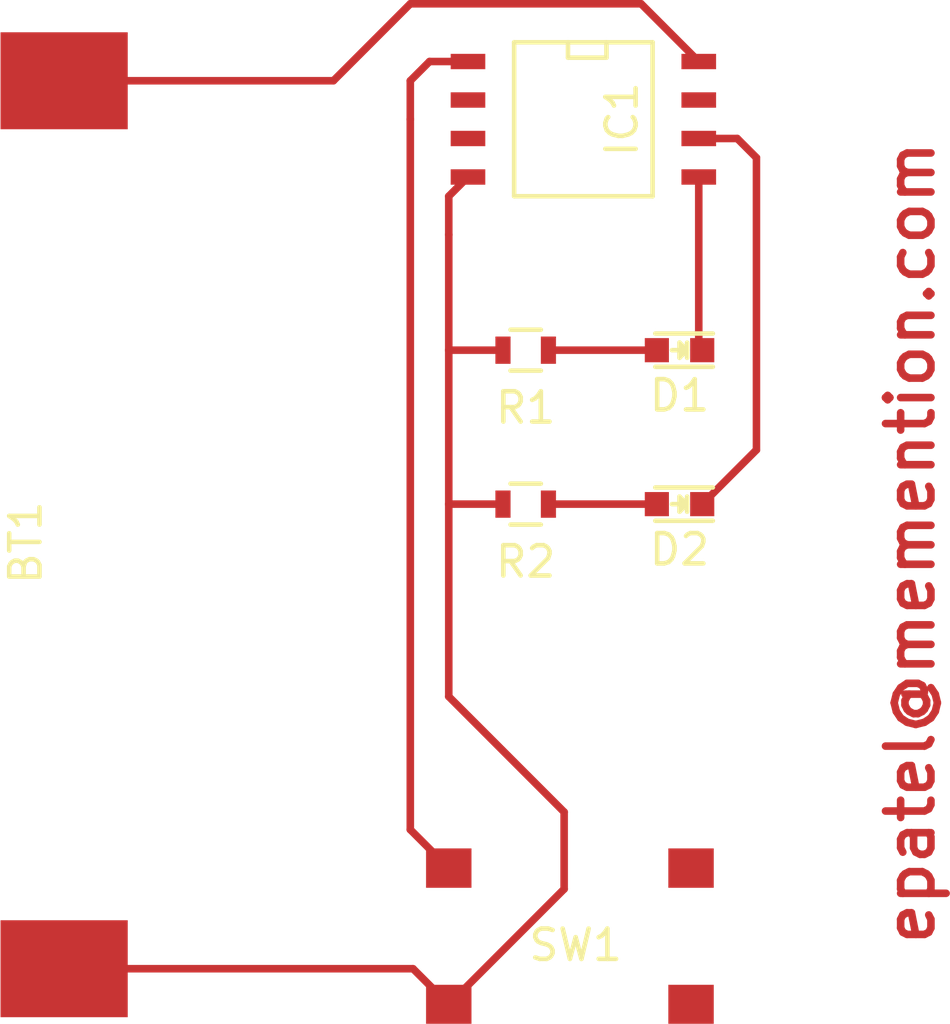
<source format=kicad_pcb>
(kicad_pcb (version 4) (host pcbnew 4.0.5)

  (general
    (links 10)
    (no_connects 0)
    (area 0 0 0 0)
    (thickness 1.6)
    (drawings 1)
    (tracks 29)
    (zones 0)
    (modules 7)
    (nets 13)
  )

  (page A4)
  (layers
    (0 F.Cu signal)
    (31 B.Cu signal)
    (32 B.Adhes user)
    (33 F.Adhes user)
    (34 B.Paste user)
    (35 F.Paste user)
    (36 B.SilkS user)
    (37 F.SilkS user)
    (38 B.Mask user)
    (39 F.Mask user)
    (40 Dwgs.User user)
    (41 Cmts.User user)
    (42 Eco1.User user)
    (43 Eco2.User user)
    (44 Edge.Cuts user)
    (45 Margin user)
    (46 B.CrtYd user)
    (47 F.CrtYd user)
    (48 B.Fab user)
    (49 F.Fab user)
  )

  (setup
    (last_trace_width 0.25)
    (trace_clearance 0.2)
    (zone_clearance 0.508)
    (zone_45_only no)
    (trace_min 0.2)
    (segment_width 0.2)
    (edge_width 0.15)
    (via_size 0.6)
    (via_drill 0.4)
    (via_min_size 0.4)
    (via_min_drill 0.3)
    (uvia_size 0.3)
    (uvia_drill 0.1)
    (uvias_allowed no)
    (uvia_min_size 0.2)
    (uvia_min_drill 0.1)
    (pcb_text_width 0.3)
    (pcb_text_size 1.5 1.5)
    (mod_edge_width 0.15)
    (mod_text_size 1 1)
    (mod_text_width 0.15)
    (pad_size 1.524 1.524)
    (pad_drill 0.762)
    (pad_to_mask_clearance 0.2)
    (aux_axis_origin 0 0)
    (visible_elements FFFFFF7F)
    (pcbplotparams
      (layerselection 0x00008_00000001)
      (usegerberextensions true)
      (excludeedgelayer true)
      (linewidth 0.100000)
      (plotframeref false)
      (viasonmask false)
      (mode 1)
      (useauxorigin false)
      (hpglpennumber 1)
      (hpglpenspeed 20)
      (hpglpendiameter 15)
      (hpglpenoverlay 2)
      (psnegative false)
      (psa4output false)
      (plotreference true)
      (plotvalue true)
      (plotinvisibletext false)
      (padsonsilk false)
      (subtractmaskfromsilk false)
      (outputformat 1)
      (mirror false)
      (drillshape 0)
      (scaleselection 1)
      (outputdirectory ""))
  )

  (net 0 "")
  (net 1 "Net-(BT1-Pad1)")
  (net 2 "Net-(BT1-Pad2)")
  (net 3 "Net-(D1-Pad2)")
  (net 4 "Net-(D1-Pad1)")
  (net 5 "Net-(D2-Pad2)")
  (net 6 "Net-(D2-Pad1)")
  (net 7 "Net-(IC1-Pad7)")
  (net 8 "Net-(IC1-Pad3)")
  (net 9 "Net-(IC1-Pad2)")
  (net 10 "Net-(IC1-Pad1)")
  (net 11 "Net-(SW1-Pad4)")
  (net 12 "Net-(SW1-Pad2)")

  (net_class Default "This is the default net class."
    (clearance 0.2)
    (trace_width 0.25)
    (via_dia 0.6)
    (via_drill 0.4)
    (uvia_dia 0.3)
    (uvia_drill 0.1)
    (add_net "Net-(BT1-Pad1)")
    (add_net "Net-(BT1-Pad2)")
    (add_net "Net-(D1-Pad1)")
    (add_net "Net-(D1-Pad2)")
    (add_net "Net-(D2-Pad1)")
    (add_net "Net-(D2-Pad2)")
    (add_net "Net-(IC1-Pad1)")
    (add_net "Net-(IC1-Pad2)")
    (add_net "Net-(IC1-Pad3)")
    (add_net "Net-(IC1-Pad7)")
    (add_net "Net-(SW1-Pad2)")
    (add_net "Net-(SW1-Pad4)")
  )

  (module LEDs:LED_0603 (layer F.Cu) (tedit 55BDE255) (tstamp 5863D30C)
    (at 154.94 96.52 180)
    (descr "LED 0603 smd package")
    (tags "LED led 0603 SMD smd SMT smt smdled SMDLED smtled SMTLED")
    (path /5863A838)
    (attr smd)
    (fp_text reference D1 (at 0 -1.5 180) (layer F.SilkS)
      (effects (font (size 1 1) (thickness 0.15)))
    )
    (fp_text value LED (at 0 1.5 180) (layer F.Fab)
      (effects (font (size 1 1) (thickness 0.15)))
    )
    (fp_line (start -0.3 -0.2) (end -0.3 0.2) (layer F.Fab) (width 0.15))
    (fp_line (start -0.2 0) (end 0.1 -0.2) (layer F.Fab) (width 0.15))
    (fp_line (start 0.1 0.2) (end -0.2 0) (layer F.Fab) (width 0.15))
    (fp_line (start 0.1 -0.2) (end 0.1 0.2) (layer F.Fab) (width 0.15))
    (fp_line (start 0.8 0.4) (end -0.8 0.4) (layer F.Fab) (width 0.15))
    (fp_line (start 0.8 -0.4) (end 0.8 0.4) (layer F.Fab) (width 0.15))
    (fp_line (start -0.8 -0.4) (end 0.8 -0.4) (layer F.Fab) (width 0.15))
    (fp_line (start -0.8 0.4) (end -0.8 -0.4) (layer F.Fab) (width 0.15))
    (fp_line (start -1.1 0.55) (end 0.8 0.55) (layer F.SilkS) (width 0.15))
    (fp_line (start -1.1 -0.55) (end 0.8 -0.55) (layer F.SilkS) (width 0.15))
    (fp_line (start -0.2 0) (end 0.25 0) (layer F.SilkS) (width 0.15))
    (fp_line (start -0.25 -0.25) (end -0.25 0.25) (layer F.SilkS) (width 0.15))
    (fp_line (start -0.25 0) (end 0 -0.25) (layer F.SilkS) (width 0.15))
    (fp_line (start 0 -0.25) (end 0 0.25) (layer F.SilkS) (width 0.15))
    (fp_line (start 0 0.25) (end -0.25 0) (layer F.SilkS) (width 0.15))
    (fp_line (start 1.4 -0.75) (end 1.4 0.75) (layer F.CrtYd) (width 0.05))
    (fp_line (start 1.4 0.75) (end -1.4 0.75) (layer F.CrtYd) (width 0.05))
    (fp_line (start -1.4 0.75) (end -1.4 -0.75) (layer F.CrtYd) (width 0.05))
    (fp_line (start -1.4 -0.75) (end 1.4 -0.75) (layer F.CrtYd) (width 0.05))
    (pad 2 smd rect (at 0.7493 0) (size 0.79756 0.79756) (layers F.Cu F.Paste F.Mask)
      (net 3 "Net-(D1-Pad2)"))
    (pad 1 smd rect (at -0.7493 0) (size 0.79756 0.79756) (layers F.Cu F.Paste F.Mask)
      (net 4 "Net-(D1-Pad1)"))
    (model LEDs.3dshapes/LED_0603.wrl
      (at (xyz 0 0 0))
      (scale (xyz 1 1 1))
      (rotate (xyz 0 0 180))
    )
  )

  (module LEDs:LED_0603 (layer F.Cu) (tedit 55BDE255) (tstamp 5863D312)
    (at 154.94 101.6 180)
    (descr "LED 0603 smd package")
    (tags "LED led 0603 SMD smd SMT smt smdled SMDLED smtled SMTLED")
    (path /5863A89B)
    (attr smd)
    (fp_text reference D2 (at 0 -1.5 180) (layer F.SilkS)
      (effects (font (size 1 1) (thickness 0.15)))
    )
    (fp_text value LED (at 0 1.5 180) (layer F.Fab)
      (effects (font (size 1 1) (thickness 0.15)))
    )
    (fp_line (start -0.3 -0.2) (end -0.3 0.2) (layer F.Fab) (width 0.15))
    (fp_line (start -0.2 0) (end 0.1 -0.2) (layer F.Fab) (width 0.15))
    (fp_line (start 0.1 0.2) (end -0.2 0) (layer F.Fab) (width 0.15))
    (fp_line (start 0.1 -0.2) (end 0.1 0.2) (layer F.Fab) (width 0.15))
    (fp_line (start 0.8 0.4) (end -0.8 0.4) (layer F.Fab) (width 0.15))
    (fp_line (start 0.8 -0.4) (end 0.8 0.4) (layer F.Fab) (width 0.15))
    (fp_line (start -0.8 -0.4) (end 0.8 -0.4) (layer F.Fab) (width 0.15))
    (fp_line (start -0.8 0.4) (end -0.8 -0.4) (layer F.Fab) (width 0.15))
    (fp_line (start -1.1 0.55) (end 0.8 0.55) (layer F.SilkS) (width 0.15))
    (fp_line (start -1.1 -0.55) (end 0.8 -0.55) (layer F.SilkS) (width 0.15))
    (fp_line (start -0.2 0) (end 0.25 0) (layer F.SilkS) (width 0.15))
    (fp_line (start -0.25 -0.25) (end -0.25 0.25) (layer F.SilkS) (width 0.15))
    (fp_line (start -0.25 0) (end 0 -0.25) (layer F.SilkS) (width 0.15))
    (fp_line (start 0 -0.25) (end 0 0.25) (layer F.SilkS) (width 0.15))
    (fp_line (start 0 0.25) (end -0.25 0) (layer F.SilkS) (width 0.15))
    (fp_line (start 1.4 -0.75) (end 1.4 0.75) (layer F.CrtYd) (width 0.05))
    (fp_line (start 1.4 0.75) (end -1.4 0.75) (layer F.CrtYd) (width 0.05))
    (fp_line (start -1.4 0.75) (end -1.4 -0.75) (layer F.CrtYd) (width 0.05))
    (fp_line (start -1.4 -0.75) (end 1.4 -0.75) (layer F.CrtYd) (width 0.05))
    (pad 2 smd rect (at 0.7493 0) (size 0.79756 0.79756) (layers F.Cu F.Paste F.Mask)
      (net 5 "Net-(D2-Pad2)"))
    (pad 1 smd rect (at -0.7493 0) (size 0.79756 0.79756) (layers F.Cu F.Paste F.Mask)
      (net 6 "Net-(D2-Pad1)"))
    (model LEDs.3dshapes/LED_0603.wrl
      (at (xyz 0 0 0))
      (scale (xyz 1 1 1))
      (rotate (xyz 0 0 180))
    )
  )

  (module Resistors_SMD:R_0603 (layer F.Cu) (tedit 58307A47) (tstamp 5863D324)
    (at 149.86 96.52 180)
    (descr "Resistor SMD 0603, reflow soldering, Vishay (see dcrcw.pdf)")
    (tags "resistor 0603")
    (path /5863A9AC)
    (attr smd)
    (fp_text reference R1 (at 0 -1.9 180) (layer F.SilkS)
      (effects (font (size 1 1) (thickness 0.15)))
    )
    (fp_text value R (at 0 1.9 180) (layer F.Fab)
      (effects (font (size 1 1) (thickness 0.15)))
    )
    (fp_line (start -0.8 0.4) (end -0.8 -0.4) (layer F.Fab) (width 0.1))
    (fp_line (start 0.8 0.4) (end -0.8 0.4) (layer F.Fab) (width 0.1))
    (fp_line (start 0.8 -0.4) (end 0.8 0.4) (layer F.Fab) (width 0.1))
    (fp_line (start -0.8 -0.4) (end 0.8 -0.4) (layer F.Fab) (width 0.1))
    (fp_line (start -1.3 -0.8) (end 1.3 -0.8) (layer F.CrtYd) (width 0.05))
    (fp_line (start -1.3 0.8) (end 1.3 0.8) (layer F.CrtYd) (width 0.05))
    (fp_line (start -1.3 -0.8) (end -1.3 0.8) (layer F.CrtYd) (width 0.05))
    (fp_line (start 1.3 -0.8) (end 1.3 0.8) (layer F.CrtYd) (width 0.05))
    (fp_line (start 0.5 0.675) (end -0.5 0.675) (layer F.SilkS) (width 0.15))
    (fp_line (start -0.5 -0.675) (end 0.5 -0.675) (layer F.SilkS) (width 0.15))
    (pad 1 smd rect (at -0.75 0 180) (size 0.5 0.9) (layers F.Cu F.Paste F.Mask)
      (net 3 "Net-(D1-Pad2)"))
    (pad 2 smd rect (at 0.75 0 180) (size 0.5 0.9) (layers F.Cu F.Paste F.Mask)
      (net 2 "Net-(BT1-Pad2)"))
    (model Resistors_SMD.3dshapes/R_0603.wrl
      (at (xyz 0 0 0))
      (scale (xyz 1 1 1))
      (rotate (xyz 0 0 0))
    )
  )

  (module Resistors_SMD:R_0603 (layer F.Cu) (tedit 58307A47) (tstamp 5863D32A)
    (at 149.86 101.6 180)
    (descr "Resistor SMD 0603, reflow soldering, Vishay (see dcrcw.pdf)")
    (tags "resistor 0603")
    (path /5863A9E1)
    (attr smd)
    (fp_text reference R2 (at 0 -1.9 180) (layer F.SilkS)
      (effects (font (size 1 1) (thickness 0.15)))
    )
    (fp_text value R (at 0 1.9 180) (layer F.Fab)
      (effects (font (size 1 1) (thickness 0.15)))
    )
    (fp_line (start -0.8 0.4) (end -0.8 -0.4) (layer F.Fab) (width 0.1))
    (fp_line (start 0.8 0.4) (end -0.8 0.4) (layer F.Fab) (width 0.1))
    (fp_line (start 0.8 -0.4) (end 0.8 0.4) (layer F.Fab) (width 0.1))
    (fp_line (start -0.8 -0.4) (end 0.8 -0.4) (layer F.Fab) (width 0.1))
    (fp_line (start -1.3 -0.8) (end 1.3 -0.8) (layer F.CrtYd) (width 0.05))
    (fp_line (start -1.3 0.8) (end 1.3 0.8) (layer F.CrtYd) (width 0.05))
    (fp_line (start -1.3 -0.8) (end -1.3 0.8) (layer F.CrtYd) (width 0.05))
    (fp_line (start 1.3 -0.8) (end 1.3 0.8) (layer F.CrtYd) (width 0.05))
    (fp_line (start 0.5 0.675) (end -0.5 0.675) (layer F.SilkS) (width 0.15))
    (fp_line (start -0.5 -0.675) (end 0.5 -0.675) (layer F.SilkS) (width 0.15))
    (pad 1 smd rect (at -0.75 0 180) (size 0.5 0.9) (layers F.Cu F.Paste F.Mask)
      (net 5 "Net-(D2-Pad2)"))
    (pad 2 smd rect (at 0.75 0 180) (size 0.5 0.9) (layers F.Cu F.Paste F.Mask)
      (net 2 "Net-(BT1-Pad2)"))
    (model Resistors_SMD.3dshapes/R_0603.wrl
      (at (xyz 0 0 0))
      (scale (xyz 1 1 1))
      (rotate (xyz 0 0 0))
    )
  )

  (module ProjectParts:Button_SMD_6x6x6 (layer F.Cu) (tedit 5863D26E) (tstamp 5863D332)
    (at 151.13 115.57)
    (path /5863CC82)
    (fp_text reference SW1 (at 0.38 0.58) (layer F.SilkS)
      (effects (font (size 1 1) (thickness 0.15)))
    )
    (fp_text value SMDPushButton (at 0.38 -4.5) (layer F.Fab)
      (effects (font (size 1 1) (thickness 0.15)))
    )
    (pad 3 smd rect (at -3.81 2.54) (size 1.5 1.3) (layers F.Cu F.Paste F.Mask)
      (net 2 "Net-(BT1-Pad2)"))
    (pad 4 smd rect (at 4.19 2.54) (size 1.5 1.3) (layers F.Cu F.Paste F.Mask)
      (net 11 "Net-(SW1-Pad4)"))
    (pad 1 smd rect (at -3.81 -1.96) (size 1.5 1.3) (layers F.Cu F.Paste F.Mask)
      (net 10 "Net-(IC1-Pad1)"))
    (pad 2 smd rect (at 4.19 -1.96) (size 1.5 1.3) (layers F.Cu F.Paste F.Mask)
      (net 12 "Net-(SW1-Pad2)"))
  )

  (module ProjectParts:attiny85 (layer F.Cu) (tedit 58655B40) (tstamp 58655C81)
    (at 151.13 88.9 270)
    (descr "Module Narrow CMS SOJ 8 pins large")
    (tags "CMS SOJ")
    (path /58628B9A)
    (attr smd)
    (fp_text reference IC1 (at 0 -1.905 270) (layer F.SilkS)
      (effects (font (size 1 1) (thickness 0.15)))
    )
    (fp_text value attiny85 (at 0 0.635 270) (layer F.Fab)
      (effects (font (size 1 1) (thickness 0.15)))
    )
    (fp_line (start -2.54 -2.921) (end 2.54 -2.921) (layer F.SilkS) (width 0.15))
    (fp_line (start 2.54 -2.921) (end 2.54 1.651) (layer F.SilkS) (width 0.15))
    (fp_line (start 2.54 1.651) (end -2.54 1.651) (layer F.SilkS) (width 0.15))
    (fp_line (start -2.54 1.651) (end -2.54 -2.921) (layer F.SilkS) (width 0.15))
    (fp_line (start -2.54 -1.397) (end -2.032 -1.397) (layer F.SilkS) (width 0.15))
    (fp_line (start -2.032 -1.397) (end -2.032 -0.127) (layer F.SilkS) (width 0.15))
    (fp_line (start -2.032 -0.127) (end -2.54 -0.127) (layer F.SilkS) (width 0.15))
    (pad 8 smd rect (at -1.905 -4.445 270) (size 0.508 1.143) (layers F.Cu F.Paste F.Mask)
      (net 1 "Net-(BT1-Pad1)"))
    (pad 7 smd rect (at -0.635 -4.445 270) (size 0.508 1.143) (layers F.Cu F.Paste F.Mask)
      (net 7 "Net-(IC1-Pad7)"))
    (pad 6 smd rect (at 0.635 -4.445 270) (size 0.508 1.143) (layers F.Cu F.Paste F.Mask)
      (net 6 "Net-(D2-Pad1)"))
    (pad 5 smd rect (at 1.905 -4.445 270) (size 0.508 1.143) (layers F.Cu F.Paste F.Mask)
      (net 4 "Net-(D1-Pad1)"))
    (pad 4 smd rect (at 1.905 3.175 270) (size 0.508 1.143) (layers F.Cu F.Paste F.Mask)
      (net 2 "Net-(BT1-Pad2)"))
    (pad 3 smd rect (at 0.635 3.175 270) (size 0.508 1.143) (layers F.Cu F.Paste F.Mask)
      (net 8 "Net-(IC1-Pad3)"))
    (pad 2 smd rect (at -0.635 3.175 270) (size 0.508 1.143) (layers F.Cu F.Paste F.Mask)
      (net 9 "Net-(IC1-Pad2)"))
    (pad 1 smd rect (at -1.905 3.175 270) (size 0.508 1.143) (layers F.Cu F.Paste F.Mask)
      (net 10 "Net-(IC1-Pad1)"))
    (model SMD_Packages.3dshapes/SOIC-8-N.wrl
      (at (xyz 0 0 0))
      (scale (xyz 0.5 0.38 0.5))
      (rotate (xyz 0 0 0))
    )
  )

  (module ProjectParts:Battery_2032 (layer F.Cu) (tedit 58639A6D) (tstamp 58696D7E)
    (at 134.62 87.63 270)
    (path /58628BE5)
    (fp_text reference BT1 (at 15.24 1.27 270) (layer F.SilkS)
      (effects (font (size 1 1) (thickness 0.15)))
    )
    (fp_text value Battery_Cell (at 15.24 -1.27 270) (layer F.Fab)
      (effects (font (size 1 1) (thickness 0.15)))
    )
    (pad 1 smd rect (at 0 0 270) (size 3.2 4.2) (layers F.Cu F.Paste F.Mask)
      (net 1 "Net-(BT1-Pad1)"))
    (pad 2 smd rect (at 29.3 0 270) (size 3.2 4.2) (layers F.Cu F.Paste F.Mask)
      (net 2 "Net-(BT1-Pad2)"))
  )

  (gr_text epatel@memention.com (at 162.56 102.87 90) (layer F.Cu)
    (effects (font (size 1.5 1.5) (thickness 0.25)))
  )

  (segment (start 134.62 87.63) (end 143.51 87.63) (width 0.25) (layer F.Cu) (net 1))
  (segment (start 143.51 87.63) (end 146.05 85.09) (width 0.25) (layer F.Cu) (net 1) (tstamp 5863D40F))
  (segment (start 146.05 85.09) (end 153.67 85.09) (width 0.25) (layer F.Cu) (net 1) (tstamp 5863D410))
  (segment (start 153.67 85.09) (end 155.575 86.995) (width 0.25) (layer F.Cu) (net 1) (tstamp 5863D415))
  (segment (start 134.62 116.93) (end 146.14 116.93) (width 0.25) (layer F.Cu) (net 2))
  (segment (start 146.14 116.93) (end 147.32 118.11) (width 0.25) (layer F.Cu) (net 2) (tstamp 5863D408))
  (segment (start 151.13 114.3) (end 147.32 118.11) (width 0.25) (layer F.Cu) (net 2) (tstamp 5863D44F))
  (segment (start 147.32 101.6) (end 147.32 107.95) (width 0.25) (layer F.Cu) (net 2) (tstamp 5863D457))
  (segment (start 147.32 107.95) (end 151.13 111.76) (width 0.25) (layer F.Cu) (net 2) (tstamp 5863D446))
  (segment (start 151.13 111.76) (end 151.13 114.3) (width 0.25) (layer F.Cu) (net 2) (tstamp 5863D44B))
  (segment (start 147.32 101.6) (end 149.11 101.6) (width 0.25) (layer F.Cu) (net 2))
  (segment (start 147.32 96.52) (end 147.32 101.6) (width 0.25) (layer F.Cu) (net 2) (tstamp 5863D453))
  (segment (start 147.32 92.71) (end 147.32 91.44) (width 0.25) (layer F.Cu) (net 2))
  (segment (start 147.32 96.52) (end 149.11 96.52) (width 0.25) (layer F.Cu) (net 2))
  (segment (start 147.32 91.44) (end 147.955 90.805) (width 0.25) (layer F.Cu) (net 2) (tstamp 58655CAE))
  (segment (start 147.32 96.52) (end 147.32 92.71) (width 0.25) (layer F.Cu) (net 2) (tstamp 5863D440))
  (segment (start 150.61 96.52) (end 154.1907 96.52) (width 0.25) (layer F.Cu) (net 3))
  (segment (start 155.575 90.805) (end 155.575 96.4057) (width 0.25) (layer F.Cu) (net 4))
  (segment (start 155.575 96.4057) (end 155.6893 96.52) (width 0.25) (layer F.Cu) (net 4) (tstamp 5863D487))
  (segment (start 150.61 101.6) (end 154.1907 101.6) (width 0.25) (layer F.Cu) (net 5))
  (segment (start 155.575 89.535) (end 156.845 89.535) (width 0.25) (layer F.Cu) (net 6))
  (segment (start 156.845 89.535) (end 157.48 90.17) (width 0.25) (layer F.Cu) (net 6) (tstamp 5863D53A))
  (segment (start 157.48 90.17) (end 157.48 99.8093) (width 0.25) (layer F.Cu) (net 6) (tstamp 5863D53E))
  (segment (start 157.48 99.8093) (end 155.6893 101.6) (width 0.25) (layer F.Cu) (net 6) (tstamp 5863D541))
  (segment (start 146.05 88.9) (end 146.05 87.63) (width 0.25) (layer F.Cu) (net 10))
  (segment (start 146.05 87.63) (end 146.685 86.995) (width 0.25) (layer F.Cu) (net 10) (tstamp 58655CAA))
  (segment (start 146.685 86.995) (end 147.955 86.995) (width 0.25) (layer F.Cu) (net 10) (tstamp 58655CAB))
  (segment (start 147.32 113.61) (end 146.05 112.34) (width 0.25) (layer F.Cu) (net 10) (tstamp 5863D438))
  (segment (start 146.05 88.9) (end 146.05 112.34) (width 0.25) (layer F.Cu) (net 10) (tstamp 5863D42C))

)

</source>
